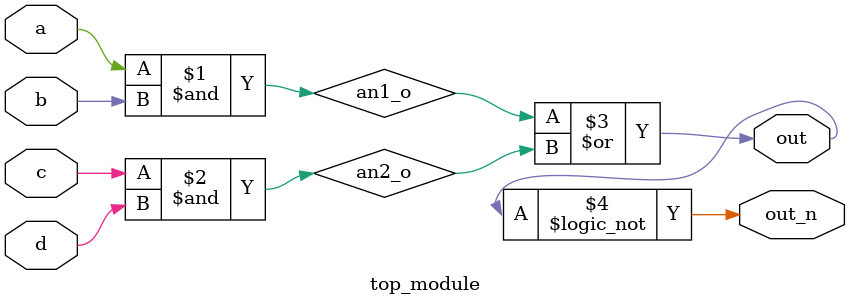
<source format=v>
`default_nettype none
module top_module(
    input a,
    input b,
    input c,
    input d,
    output out,
    output out_n   ); 
    wire an1_o,an2_o;
    
    assign an1_o = a & b;
    assign an2_o = c & d;
    assign out = an1_o | an2_o;
    assign out_n = !out;

endmodule

</source>
